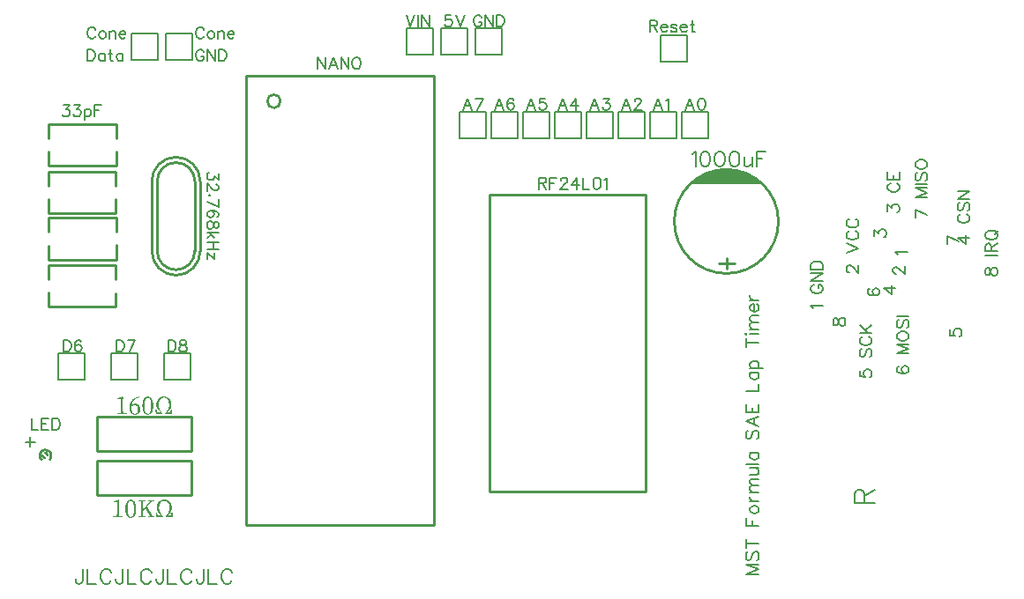
<source format=gto>
G04 Layer: TopSilkLayer*
G04 EasyEDA v6.4.25, 2021-11-30T23:27:12--6:00*
G04 4631042daed448b99cc0a23d656375e8,06444aca9169495d970130cf6b44ba93,10*
G04 Gerber Generator version 0.2*
G04 Scale: 100 percent, Rotated: No, Reflected: No *
G04 Dimensions in millimeters *
G04 leading zeros omitted , absolute positions ,4 integer and 5 decimal *
%FSLAX45Y45*%
%MOMM*%

%ADD10C,0.2540*%
%ADD19C,0.2581*%
%ADD20C,0.2032*%
%ADD21C,0.2030*%
%ADD22C,0.1520*%
%ADD23C,0.1524*%

%LPD*%
G36*
X3820922Y5861050D02*
G01*
X3815079Y5860846D01*
X3809339Y5860237D01*
X3803751Y5859272D01*
X3798265Y5857849D01*
X3792931Y5856071D01*
X3787800Y5853887D01*
X3782872Y5851347D01*
X3778199Y5848451D01*
X3773728Y5845149D01*
X3769563Y5841441D01*
X3765651Y5837428D01*
X3762095Y5833008D01*
X3758844Y5828233D01*
X3755999Y5823102D01*
X3753510Y5817666D01*
X3751376Y5811824D01*
X3749751Y5805678D01*
X3748532Y5799124D01*
X3747770Y5792266D01*
X3747515Y5785104D01*
X3747770Y5779008D01*
X3748430Y5773115D01*
X3749598Y5767324D01*
X3751122Y5761685D01*
X3753053Y5756249D01*
X3755390Y5750915D01*
X3758031Y5745784D01*
X3761028Y5740806D01*
X3764330Y5735980D01*
X3767886Y5731357D01*
X3771747Y5726887D01*
X3775811Y5722620D01*
X3784549Y5714644D01*
X3789222Y5710885D01*
X3793998Y5707380D01*
X3793998Y5707126D01*
X3758437Y5707126D01*
X3752342Y5732018D01*
X3739387Y5732018D01*
X3741928Y5689600D01*
X3808729Y5689600D01*
X3808729Y5704840D01*
X3800449Y5712460D01*
X3796639Y5716574D01*
X3793083Y5720943D01*
X3786581Y5730240D01*
X3783736Y5735116D01*
X3781145Y5740196D01*
X3778808Y5745378D01*
X3776776Y5750712D01*
X3774998Y5756198D01*
X3773525Y5761736D01*
X3772408Y5767425D01*
X3771544Y5773166D01*
X3771036Y5778957D01*
X3770884Y5784850D01*
X3771087Y5791708D01*
X3771747Y5798312D01*
X3772814Y5804662D01*
X3774287Y5810707D01*
X3776167Y5816447D01*
X3778402Y5821781D01*
X3781044Y5826810D01*
X3784092Y5831382D01*
X3787495Y5835548D01*
X3791254Y5839256D01*
X3795369Y5842457D01*
X3799840Y5845149D01*
X3804615Y5847283D01*
X3809746Y5848858D01*
X3815181Y5849823D01*
X3820922Y5850128D01*
X3826611Y5849823D01*
X3832047Y5848858D01*
X3837127Y5847283D01*
X3841902Y5845149D01*
X3846322Y5842457D01*
X3850386Y5839256D01*
X3854145Y5835548D01*
X3857548Y5831382D01*
X3860546Y5826810D01*
X3863187Y5821781D01*
X3865473Y5816447D01*
X3867302Y5810707D01*
X3868775Y5804662D01*
X3869842Y5798312D01*
X3870502Y5791708D01*
X3870706Y5784850D01*
X3870553Y5778957D01*
X3870045Y5773166D01*
X3869232Y5767425D01*
X3868064Y5761736D01*
X3866642Y5756198D01*
X3864864Y5750712D01*
X3862832Y5745378D01*
X3860495Y5740196D01*
X3857904Y5735116D01*
X3855059Y5730240D01*
X3851910Y5725515D01*
X3848506Y5720943D01*
X3844899Y5716574D01*
X3841038Y5712460D01*
X3836924Y5708548D01*
X3832606Y5704840D01*
X3832606Y5689600D01*
X3900170Y5689600D01*
X3902456Y5732018D01*
X3889248Y5732018D01*
X3883406Y5707126D01*
X3847846Y5707126D01*
X3847846Y5707380D01*
X3852621Y5710885D01*
X3857294Y5714644D01*
X3865981Y5722670D01*
X3870045Y5726938D01*
X3873855Y5731459D01*
X3877411Y5736082D01*
X3880662Y5740908D01*
X3883660Y5745886D01*
X3886301Y5751068D01*
X3888587Y5756351D01*
X3890518Y5761837D01*
X3892042Y5767425D01*
X3893159Y5773166D01*
X3893820Y5779058D01*
X3894074Y5785104D01*
X3893820Y5792266D01*
X3893058Y5799124D01*
X3891838Y5805678D01*
X3890162Y5811824D01*
X3888079Y5817666D01*
X3885590Y5823102D01*
X3882694Y5828233D01*
X3879443Y5833008D01*
X3875887Y5837428D01*
X3871976Y5841441D01*
X3867810Y5845149D01*
X3863340Y5848451D01*
X3858666Y5851347D01*
X3853738Y5853887D01*
X3848658Y5856071D01*
X3843375Y5857849D01*
X3837940Y5859272D01*
X3832351Y5860237D01*
X3826662Y5860846D01*
G37*
G36*
X3666998Y5860542D02*
G01*
X3662934Y5860389D01*
X3658920Y5859830D01*
X3654958Y5858916D01*
X3651046Y5857595D01*
X3647287Y5855919D01*
X3643579Y5853785D01*
X3640074Y5851296D01*
X3636670Y5848299D01*
X3633419Y5844895D01*
X3630371Y5841034D01*
X3627577Y5836716D01*
X3624935Y5831890D01*
X3622548Y5826607D01*
X3620465Y5820765D01*
X3618585Y5814466D01*
X3617061Y5807608D01*
X3615791Y5800242D01*
X3614928Y5792266D01*
X3614369Y5783783D01*
X3614165Y5774690D01*
X3636264Y5774690D01*
X3636416Y5785459D01*
X3636924Y5795213D01*
X3637737Y5804052D01*
X3638804Y5811977D01*
X3640175Y5818987D01*
X3641750Y5825185D01*
X3643579Y5830570D01*
X3645611Y5835243D01*
X3647846Y5839206D01*
X3650234Y5842457D01*
X3652774Y5845149D01*
X3655466Y5847232D01*
X3658209Y5848807D01*
X3661105Y5849823D01*
X3664000Y5850432D01*
X3666998Y5850636D01*
X3669842Y5850432D01*
X3672636Y5849823D01*
X3675379Y5848807D01*
X3678072Y5847232D01*
X3680663Y5845149D01*
X3683101Y5842457D01*
X3685438Y5839206D01*
X3687572Y5835243D01*
X3689553Y5830570D01*
X3691331Y5825185D01*
X3692906Y5818987D01*
X3694226Y5811977D01*
X3695293Y5804052D01*
X3696055Y5795213D01*
X3696563Y5785459D01*
X3696715Y5774690D01*
X3696563Y5763564D01*
X3696055Y5753455D01*
X3695293Y5744311D01*
X3694226Y5736132D01*
X3692906Y5728868D01*
X3691331Y5722416D01*
X3689553Y5716828D01*
X3687572Y5712002D01*
X3685438Y5707888D01*
X3683101Y5704433D01*
X3680663Y5701690D01*
X3678072Y5699506D01*
X3675379Y5697880D01*
X3672636Y5696762D01*
X3669842Y5696153D01*
X3666998Y5695950D01*
X3664000Y5696153D01*
X3661105Y5696762D01*
X3658209Y5697880D01*
X3655466Y5699455D01*
X3652774Y5701639D01*
X3650234Y5704382D01*
X3647846Y5707786D01*
X3645611Y5711901D01*
X3643579Y5716727D01*
X3641750Y5722315D01*
X3640175Y5728716D01*
X3638804Y5736031D01*
X3637737Y5744210D01*
X3636924Y5753354D01*
X3636416Y5763514D01*
X3636264Y5774690D01*
X3614165Y5774690D01*
X3614369Y5765292D01*
X3614928Y5756452D01*
X3615791Y5748274D01*
X3617061Y5740603D01*
X3618585Y5733542D01*
X3620465Y5727039D01*
X3622548Y5721045D01*
X3624935Y5715609D01*
X3627577Y5710631D01*
X3630371Y5706211D01*
X3633419Y5702249D01*
X3636670Y5698744D01*
X3640074Y5695746D01*
X3643579Y5693156D01*
X3647287Y5691022D01*
X3651046Y5689295D01*
X3654958Y5687974D01*
X3658920Y5687009D01*
X3662934Y5686501D01*
X3666998Y5686298D01*
X3670909Y5686501D01*
X3674821Y5687009D01*
X3678682Y5687974D01*
X3682441Y5689295D01*
X3686149Y5691022D01*
X3689807Y5693156D01*
X3693261Y5695746D01*
X3696614Y5698744D01*
X3699814Y5702249D01*
X3702862Y5706211D01*
X3705656Y5710631D01*
X3708298Y5715609D01*
X3710635Y5721045D01*
X3712768Y5727039D01*
X3714597Y5733542D01*
X3716172Y5740603D01*
X3717391Y5748274D01*
X3718306Y5756452D01*
X3718864Y5765292D01*
X3719068Y5774690D01*
X3718864Y5783783D01*
X3718306Y5792266D01*
X3717391Y5800242D01*
X3716172Y5807608D01*
X3714597Y5814466D01*
X3712768Y5820765D01*
X3710635Y5826607D01*
X3708298Y5831890D01*
X3705656Y5836716D01*
X3702862Y5841034D01*
X3699814Y5844895D01*
X3696614Y5848299D01*
X3693261Y5851296D01*
X3689807Y5853785D01*
X3686149Y5855919D01*
X3682441Y5857595D01*
X3678682Y5858916D01*
X3674821Y5859830D01*
X3670909Y5860389D01*
G37*
G36*
X3584956Y5860542D02*
G01*
X3578402Y5859627D01*
X3566007Y5856986D01*
X3560114Y5855258D01*
X3554425Y5853328D01*
X3543706Y5848705D01*
X3538728Y5846064D01*
X3529380Y5840120D01*
X3525062Y5836869D01*
X3520948Y5833414D01*
X3513429Y5825947D01*
X3506927Y5817819D01*
X3503980Y5813501D01*
X3498900Y5804458D01*
X3496716Y5799734D01*
X3494786Y5794908D01*
X3493109Y5789930D01*
X3491687Y5784850D01*
X3490518Y5779719D01*
X3489604Y5774436D01*
X3488944Y5769102D01*
X3488527Y5761482D01*
X3510279Y5761482D01*
X3510279Y5766308D01*
X3518001Y5771946D01*
X3526129Y5775756D01*
X3534410Y5777839D01*
X3542537Y5778500D01*
X3548938Y5777890D01*
X3554679Y5776112D01*
X3559759Y5773064D01*
X3564077Y5768797D01*
X3567531Y5763158D01*
X3570122Y5756198D01*
X3571697Y5747867D01*
X3572256Y5738114D01*
X3572001Y5731357D01*
X3571290Y5725210D01*
X3570122Y5719622D01*
X3568547Y5714644D01*
X3566515Y5710275D01*
X3564178Y5706465D01*
X3561435Y5703265D01*
X3558387Y5700623D01*
X3554984Y5698591D01*
X3551377Y5697118D01*
X3547465Y5696254D01*
X3543300Y5695950D01*
X3539540Y5696204D01*
X3535984Y5696966D01*
X3532632Y5698286D01*
X3529482Y5700064D01*
X3526536Y5702401D01*
X3523792Y5705246D01*
X3521303Y5708599D01*
X3519068Y5712409D01*
X3517087Y5716778D01*
X3515309Y5721654D01*
X3513785Y5727039D01*
X3512565Y5732932D01*
X3511550Y5739282D01*
X3510838Y5746191D01*
X3510432Y5753608D01*
X3510279Y5761482D01*
X3488527Y5761482D01*
X3488436Y5758180D01*
X3488690Y5749950D01*
X3489401Y5742178D01*
X3490569Y5734862D01*
X3492195Y5728004D01*
X3494278Y5721604D01*
X3496767Y5715660D01*
X3499713Y5710275D01*
X3503015Y5705398D01*
X3506724Y5701030D01*
X3510787Y5697169D01*
X3515258Y5693918D01*
X3520033Y5691225D01*
X3525164Y5689092D01*
X3530650Y5687568D01*
X3536442Y5686602D01*
X3542537Y5686298D01*
X3548075Y5686552D01*
X3553409Y5687263D01*
X3558489Y5688380D01*
X3563315Y5690006D01*
X3567836Y5692089D01*
X3572052Y5694578D01*
X3575964Y5697474D01*
X3579520Y5700826D01*
X3582720Y5704586D01*
X3585565Y5708751D01*
X3588054Y5713272D01*
X3590086Y5718251D01*
X3591712Y5723534D01*
X3592880Y5729224D01*
X3593592Y5735269D01*
X3593846Y5741670D01*
X3593490Y5749137D01*
X3592372Y5756046D01*
X3590544Y5762498D01*
X3588105Y5768390D01*
X3585006Y5773674D01*
X3581247Y5778347D01*
X3576980Y5782360D01*
X3572154Y5785764D01*
X3566820Y5788406D01*
X3561029Y5790387D01*
X3554780Y5791555D01*
X3548126Y5791962D01*
X3543046Y5791708D01*
X3538016Y5790895D01*
X3533089Y5789625D01*
X3528364Y5787796D01*
X3523742Y5785459D01*
X3519322Y5782614D01*
X3515055Y5779312D01*
X3511042Y5775452D01*
X3511854Y5781497D01*
X3512921Y5787288D01*
X3514293Y5792876D01*
X3515918Y5798261D01*
X3517900Y5803392D01*
X3520186Y5808319D01*
X3522726Y5813044D01*
X3525621Y5817514D01*
X3528822Y5821781D01*
X3532327Y5825845D01*
X3536187Y5829655D01*
X3540353Y5833262D01*
X3544874Y5836615D01*
X3549751Y5839764D01*
X3554933Y5842711D01*
X3560470Y5845403D01*
X3566363Y5847892D01*
X3572611Y5850128D01*
X3579266Y5852160D01*
X3586226Y5853938D01*
G37*
G36*
X3425698Y5859780D02*
G01*
X3374390Y5846064D01*
X3374390Y5837428D01*
X3407664Y5840730D01*
X3407562Y5727496D01*
X3407156Y5702300D01*
X3371596Y5697474D01*
X3371596Y5689600D01*
X3463798Y5689600D01*
X3463798Y5697474D01*
X3428746Y5702300D01*
X3428237Y5737453D01*
X3428237Y5821172D01*
X3429254Y5857240D01*
G37*
G36*
X3824478Y4870450D02*
G01*
X3818636Y4870246D01*
X3812895Y4869637D01*
X3807307Y4868672D01*
X3801821Y4867249D01*
X3796487Y4865471D01*
X3791356Y4863287D01*
X3786428Y4860747D01*
X3781755Y4857851D01*
X3777284Y4854549D01*
X3773119Y4850841D01*
X3769207Y4846828D01*
X3765651Y4842408D01*
X3762400Y4837633D01*
X3759555Y4832502D01*
X3757066Y4827066D01*
X3754932Y4821224D01*
X3753307Y4815078D01*
X3752087Y4808524D01*
X3751326Y4801666D01*
X3751072Y4794504D01*
X3751326Y4788408D01*
X3751986Y4782515D01*
X3753154Y4776724D01*
X3754678Y4771085D01*
X3756609Y4765649D01*
X3758946Y4760315D01*
X3761587Y4755184D01*
X3764584Y4750206D01*
X3767886Y4745380D01*
X3771442Y4740757D01*
X3775303Y4736287D01*
X3779367Y4732020D01*
X3788105Y4724044D01*
X3792778Y4720285D01*
X3797554Y4716780D01*
X3797554Y4716526D01*
X3761740Y4716526D01*
X3755898Y4741418D01*
X3742944Y4741418D01*
X3745484Y4699000D01*
X3812286Y4699000D01*
X3812286Y4714240D01*
X3808018Y4717948D01*
X3803954Y4721860D01*
X3800094Y4725974D01*
X3793134Y4734915D01*
X3790035Y4739640D01*
X3787190Y4744516D01*
X3784600Y4749596D01*
X3782263Y4754778D01*
X3780231Y4760112D01*
X3778504Y4765598D01*
X3777081Y4771136D01*
X3775913Y4776825D01*
X3775100Y4782566D01*
X3774592Y4788357D01*
X3774440Y4794250D01*
X3774643Y4801108D01*
X3775303Y4807712D01*
X3776370Y4814062D01*
X3777843Y4820107D01*
X3779723Y4825847D01*
X3781958Y4831181D01*
X3784600Y4836210D01*
X3787648Y4840782D01*
X3791051Y4844948D01*
X3794810Y4848656D01*
X3798925Y4851857D01*
X3803396Y4854549D01*
X3808171Y4856683D01*
X3813301Y4858258D01*
X3818737Y4859223D01*
X3824478Y4859528D01*
X3830167Y4859223D01*
X3835603Y4858258D01*
X3840683Y4856683D01*
X3845458Y4854549D01*
X3849878Y4851857D01*
X3853942Y4848656D01*
X3857701Y4844948D01*
X3861104Y4840782D01*
X3864101Y4836210D01*
X3866743Y4831181D01*
X3869029Y4825847D01*
X3870858Y4820107D01*
X3872331Y4814062D01*
X3873398Y4807712D01*
X3874058Y4801108D01*
X3874262Y4794250D01*
X3874109Y4788357D01*
X3873601Y4782566D01*
X3872788Y4776825D01*
X3871620Y4771136D01*
X3870198Y4765598D01*
X3868420Y4760112D01*
X3866387Y4754778D01*
X3864051Y4749596D01*
X3861460Y4744516D01*
X3858615Y4739640D01*
X3855465Y4734915D01*
X3852062Y4730343D01*
X3848455Y4725974D01*
X3844594Y4721860D01*
X3840479Y4717948D01*
X3836162Y4714240D01*
X3836162Y4699000D01*
X3903472Y4699000D01*
X3905758Y4741418D01*
X3892804Y4741418D01*
X3886962Y4716526D01*
X3851401Y4716526D01*
X3851401Y4716780D01*
X3856177Y4720285D01*
X3860850Y4724044D01*
X3869537Y4732070D01*
X3873601Y4736338D01*
X3877411Y4740859D01*
X3880967Y4745482D01*
X3884218Y4750308D01*
X3887215Y4755286D01*
X3889857Y4760468D01*
X3892143Y4765751D01*
X3894074Y4771237D01*
X3895598Y4776825D01*
X3896715Y4782566D01*
X3897376Y4788458D01*
X3897629Y4794504D01*
X3897376Y4801666D01*
X3896614Y4808524D01*
X3895394Y4815078D01*
X3893718Y4821224D01*
X3891635Y4827066D01*
X3889146Y4832502D01*
X3886250Y4837633D01*
X3882999Y4842408D01*
X3879443Y4846828D01*
X3875532Y4850841D01*
X3871366Y4854549D01*
X3866896Y4857851D01*
X3862222Y4860747D01*
X3857294Y4863287D01*
X3852214Y4865471D01*
X3846931Y4867249D01*
X3841496Y4868672D01*
X3835908Y4869637D01*
X3830218Y4870246D01*
G37*
G36*
X3503422Y4869942D02*
G01*
X3499358Y4869789D01*
X3495344Y4869230D01*
X3491382Y4868316D01*
X3487470Y4866995D01*
X3483711Y4865319D01*
X3480003Y4863185D01*
X3476498Y4860696D01*
X3473094Y4857699D01*
X3469843Y4854295D01*
X3466795Y4850434D01*
X3464001Y4846116D01*
X3461359Y4841290D01*
X3458972Y4836007D01*
X3456889Y4830165D01*
X3455009Y4823866D01*
X3453485Y4817008D01*
X3452215Y4809642D01*
X3451351Y4801666D01*
X3450793Y4793183D01*
X3450590Y4784090D01*
X3472687Y4784090D01*
X3472840Y4794859D01*
X3473348Y4804613D01*
X3474161Y4813452D01*
X3475228Y4821377D01*
X3476599Y4828387D01*
X3478174Y4834585D01*
X3480003Y4839970D01*
X3482035Y4844643D01*
X3484270Y4848606D01*
X3486658Y4851857D01*
X3489198Y4854549D01*
X3491890Y4856632D01*
X3494633Y4858207D01*
X3497529Y4859223D01*
X3500424Y4859832D01*
X3503422Y4860036D01*
X3506266Y4859832D01*
X3509060Y4859223D01*
X3511804Y4858207D01*
X3514496Y4856632D01*
X3517087Y4854549D01*
X3519525Y4851857D01*
X3521862Y4848606D01*
X3523996Y4844643D01*
X3525977Y4839970D01*
X3527755Y4834585D01*
X3529329Y4828387D01*
X3530650Y4821377D01*
X3531717Y4813452D01*
X3532479Y4804613D01*
X3532987Y4794859D01*
X3533140Y4784090D01*
X3532987Y4772964D01*
X3532479Y4762855D01*
X3531717Y4753711D01*
X3530650Y4745532D01*
X3529329Y4738268D01*
X3527755Y4731816D01*
X3525977Y4726228D01*
X3523996Y4721402D01*
X3521862Y4717288D01*
X3519525Y4713833D01*
X3517087Y4711090D01*
X3514496Y4708906D01*
X3511804Y4707280D01*
X3509060Y4706162D01*
X3506266Y4705553D01*
X3503422Y4705350D01*
X3500424Y4705553D01*
X3497529Y4706162D01*
X3494633Y4707280D01*
X3491890Y4708855D01*
X3489198Y4711039D01*
X3486658Y4713782D01*
X3484270Y4717186D01*
X3482035Y4721301D01*
X3480003Y4726127D01*
X3478174Y4731715D01*
X3476599Y4738116D01*
X3475228Y4745431D01*
X3474161Y4753610D01*
X3473348Y4762754D01*
X3472840Y4772914D01*
X3472687Y4784090D01*
X3450590Y4784090D01*
X3450793Y4774692D01*
X3451351Y4765852D01*
X3452215Y4757674D01*
X3453485Y4750003D01*
X3455009Y4742942D01*
X3456889Y4736439D01*
X3458972Y4730445D01*
X3461359Y4725009D01*
X3464001Y4720031D01*
X3466795Y4715611D01*
X3469843Y4711649D01*
X3473094Y4708144D01*
X3476498Y4705146D01*
X3480003Y4702556D01*
X3483711Y4700422D01*
X3487470Y4698695D01*
X3491382Y4697374D01*
X3495344Y4696409D01*
X3499358Y4695901D01*
X3503422Y4695698D01*
X3507333Y4695901D01*
X3511245Y4696409D01*
X3515106Y4697374D01*
X3518865Y4698695D01*
X3522573Y4700422D01*
X3526231Y4702556D01*
X3529685Y4705146D01*
X3533038Y4708144D01*
X3536238Y4711649D01*
X3539286Y4715611D01*
X3542080Y4720031D01*
X3544722Y4725009D01*
X3547059Y4730445D01*
X3549192Y4736439D01*
X3551021Y4742942D01*
X3552596Y4750003D01*
X3553815Y4757674D01*
X3554729Y4765852D01*
X3555288Y4774692D01*
X3555492Y4784090D01*
X3555288Y4793183D01*
X3554729Y4801666D01*
X3553815Y4809642D01*
X3552596Y4817008D01*
X3551021Y4823866D01*
X3549192Y4830165D01*
X3547059Y4836007D01*
X3544722Y4841290D01*
X3542080Y4846116D01*
X3539286Y4850434D01*
X3536238Y4854295D01*
X3533038Y4857699D01*
X3529685Y4860696D01*
X3526231Y4863185D01*
X3522573Y4865319D01*
X3518865Y4866995D01*
X3515106Y4868316D01*
X3511245Y4869230D01*
X3507333Y4869789D01*
G37*
G36*
X3387598Y4869180D02*
G01*
X3336290Y4855464D01*
X3336290Y4846828D01*
X3369564Y4850130D01*
X3369462Y4736896D01*
X3369056Y4711700D01*
X3333496Y4706874D01*
X3333496Y4699000D01*
X3425698Y4699000D01*
X3425698Y4706874D01*
X3390646Y4711700D01*
X3390137Y4746853D01*
X3390137Y4830572D01*
X3391154Y4866640D01*
G37*
G36*
X3576828Y4866640D02*
G01*
X3576828Y4858004D01*
X3600196Y4855464D01*
X3600653Y4816754D01*
X3600653Y4743145D01*
X3600196Y4710176D01*
X3576828Y4707636D01*
X3576828Y4699000D01*
X3646932Y4699000D01*
X3646932Y4707636D01*
X3623310Y4710430D01*
X3622852Y4734864D01*
X3622801Y4757166D01*
X3647694Y4787138D01*
X3689096Y4710176D01*
X3668268Y4707636D01*
X3668268Y4699000D01*
X3732529Y4699000D01*
X3732529Y4707636D01*
X3713226Y4709922D01*
X3661156Y4803140D01*
X3703828Y4854956D01*
X3727450Y4858004D01*
X3727450Y4866640D01*
X3670046Y4866640D01*
X3670046Y4858004D01*
X3690112Y4854448D01*
X3622801Y4771644D01*
X3623005Y4839004D01*
X3623310Y4855464D01*
X3647186Y4858004D01*
X3647186Y4866640D01*
G37*
D22*
X4205477Y9385808D02*
G01*
X4200143Y9396221D01*
X4189729Y9406636D01*
X4179570Y9411715D01*
X4158741Y9411715D01*
X4148327Y9406636D01*
X4137913Y9396221D01*
X4132579Y9385808D01*
X4127500Y9370060D01*
X4127500Y9344152D01*
X4132579Y9328658D01*
X4137913Y9318244D01*
X4148327Y9307829D01*
X4158741Y9302750D01*
X4179570Y9302750D01*
X4189729Y9307829D01*
X4200143Y9318244D01*
X4205477Y9328658D01*
X4265675Y9375394D02*
G01*
X4255261Y9370060D01*
X4244847Y9359900D01*
X4239768Y9344152D01*
X4239768Y9333737D01*
X4244847Y9318244D01*
X4255261Y9307829D01*
X4265675Y9302750D01*
X4281170Y9302750D01*
X4291584Y9307829D01*
X4301997Y9318244D01*
X4307331Y9333737D01*
X4307331Y9344152D01*
X4301997Y9359900D01*
X4291584Y9370060D01*
X4281170Y9375394D01*
X4265675Y9375394D01*
X4341622Y9375394D02*
G01*
X4341622Y9302750D01*
X4341622Y9354565D02*
G01*
X4357115Y9370060D01*
X4367529Y9375394D01*
X4383024Y9375394D01*
X4393438Y9370060D01*
X4398772Y9354565D01*
X4398772Y9302750D01*
X4433061Y9344152D02*
G01*
X4495291Y9344152D01*
X4495291Y9354565D01*
X4490211Y9364979D01*
X4484877Y9370060D01*
X4474463Y9375394D01*
X4458970Y9375394D01*
X4448556Y9370060D01*
X4438141Y9359900D01*
X4433061Y9344152D01*
X4433061Y9333737D01*
X4438141Y9318244D01*
X4448556Y9307829D01*
X4458970Y9302750D01*
X4474463Y9302750D01*
X4484877Y9307829D01*
X4495291Y9318244D01*
X4205477Y9169908D02*
G01*
X4200143Y9180321D01*
X4189729Y9190736D01*
X4179570Y9195815D01*
X4158741Y9195815D01*
X4148327Y9190736D01*
X4137913Y9180321D01*
X4132579Y9169908D01*
X4127500Y9154160D01*
X4127500Y9128252D01*
X4132579Y9112758D01*
X4137913Y9102344D01*
X4148327Y9091929D01*
X4158741Y9086850D01*
X4179570Y9086850D01*
X4189729Y9091929D01*
X4200143Y9102344D01*
X4205477Y9112758D01*
X4205477Y9128252D01*
X4179570Y9128252D02*
G01*
X4205477Y9128252D01*
X4239768Y9195815D02*
G01*
X4239768Y9086850D01*
X4239768Y9195815D02*
G01*
X4312411Y9086850D01*
X4312411Y9195815D02*
G01*
X4312411Y9086850D01*
X4346702Y9195815D02*
G01*
X4346702Y9086850D01*
X4346702Y9195815D02*
G01*
X4383024Y9195815D01*
X4398772Y9190736D01*
X4409186Y9180321D01*
X4414265Y9169908D01*
X4419600Y9154160D01*
X4419600Y9128252D01*
X4414265Y9112758D01*
X4409186Y9102344D01*
X4398772Y9091929D01*
X4383024Y9086850D01*
X4346702Y9086850D01*
X3164077Y9385808D02*
G01*
X3158743Y9396221D01*
X3148329Y9406636D01*
X3138170Y9411715D01*
X3117341Y9411715D01*
X3106927Y9406636D01*
X3096513Y9396221D01*
X3091179Y9385808D01*
X3086100Y9370060D01*
X3086100Y9344152D01*
X3091179Y9328658D01*
X3096513Y9318244D01*
X3106927Y9307829D01*
X3117341Y9302750D01*
X3138170Y9302750D01*
X3148329Y9307829D01*
X3158743Y9318244D01*
X3164077Y9328658D01*
X3224275Y9375394D02*
G01*
X3213861Y9370060D01*
X3203447Y9359900D01*
X3198368Y9344152D01*
X3198368Y9333737D01*
X3203447Y9318244D01*
X3213861Y9307829D01*
X3224275Y9302750D01*
X3239770Y9302750D01*
X3250184Y9307829D01*
X3260597Y9318244D01*
X3265931Y9333737D01*
X3265931Y9344152D01*
X3260597Y9359900D01*
X3250184Y9370060D01*
X3239770Y9375394D01*
X3224275Y9375394D01*
X3300222Y9375394D02*
G01*
X3300222Y9302750D01*
X3300222Y9354565D02*
G01*
X3315715Y9370060D01*
X3326129Y9375394D01*
X3341624Y9375394D01*
X3352038Y9370060D01*
X3357372Y9354565D01*
X3357372Y9302750D01*
X3391661Y9344152D02*
G01*
X3453891Y9344152D01*
X3453891Y9354565D01*
X3448811Y9364979D01*
X3443477Y9370060D01*
X3433063Y9375394D01*
X3417570Y9375394D01*
X3407156Y9370060D01*
X3396741Y9359900D01*
X3391661Y9344152D01*
X3391661Y9333737D01*
X3396741Y9318244D01*
X3407156Y9307829D01*
X3417570Y9302750D01*
X3433063Y9302750D01*
X3443477Y9307829D01*
X3453891Y9318244D01*
X3086100Y9195815D02*
G01*
X3086100Y9086850D01*
X3086100Y9195815D02*
G01*
X3122422Y9195815D01*
X3138170Y9190736D01*
X3148329Y9180321D01*
X3153663Y9169908D01*
X3158743Y9154160D01*
X3158743Y9128252D01*
X3153663Y9112758D01*
X3148329Y9102344D01*
X3138170Y9091929D01*
X3122422Y9086850D01*
X3086100Y9086850D01*
X3255518Y9159494D02*
G01*
X3255518Y9086850D01*
X3255518Y9144000D02*
G01*
X3245104Y9154160D01*
X3234690Y9159494D01*
X3219195Y9159494D01*
X3208781Y9154160D01*
X3198368Y9144000D01*
X3193034Y9128252D01*
X3193034Y9117837D01*
X3198368Y9102344D01*
X3208781Y9091929D01*
X3219195Y9086850D01*
X3234690Y9086850D01*
X3245104Y9091929D01*
X3255518Y9102344D01*
X3305302Y9195815D02*
G01*
X3305302Y9107424D01*
X3310636Y9091929D01*
X3321050Y9086850D01*
X3331209Y9086850D01*
X3289808Y9159494D02*
G01*
X3326129Y9159494D01*
X3427984Y9159494D02*
G01*
X3427984Y9086850D01*
X3427984Y9144000D02*
G01*
X3417570Y9154160D01*
X3407156Y9159494D01*
X3391661Y9159494D01*
X3381247Y9154160D01*
X3370834Y9144000D01*
X3365500Y9128252D01*
X3365500Y9117837D01*
X3370834Y9102344D01*
X3381247Y9091929D01*
X3391661Y9086850D01*
X3407156Y9086850D01*
X3417570Y9091929D01*
X3427984Y9102344D01*
X8483600Y9475215D02*
G01*
X8483600Y9366250D01*
X8483600Y9475215D02*
G01*
X8530336Y9475215D01*
X8545829Y9470136D01*
X8551163Y9464802D01*
X8556243Y9454387D01*
X8556243Y9443974D01*
X8551163Y9433560D01*
X8545829Y9428479D01*
X8530336Y9423400D01*
X8483600Y9423400D01*
X8519922Y9423400D02*
G01*
X8556243Y9366250D01*
X8590534Y9407652D02*
G01*
X8653018Y9407652D01*
X8653018Y9418065D01*
X8647684Y9428479D01*
X8642604Y9433560D01*
X8632190Y9438894D01*
X8616695Y9438894D01*
X8606281Y9433560D01*
X8595868Y9423400D01*
X8590534Y9407652D01*
X8590534Y9397237D01*
X8595868Y9381744D01*
X8606281Y9371329D01*
X8616695Y9366250D01*
X8632190Y9366250D01*
X8642604Y9371329D01*
X8653018Y9381744D01*
X8744458Y9423400D02*
G01*
X8739124Y9433560D01*
X8723629Y9438894D01*
X8708136Y9438894D01*
X8692388Y9433560D01*
X8687308Y9423400D01*
X8692388Y9412986D01*
X8702802Y9407652D01*
X8728709Y9402571D01*
X8739124Y9397237D01*
X8744458Y9386824D01*
X8744458Y9381744D01*
X8739124Y9371329D01*
X8723629Y9366250D01*
X8708136Y9366250D01*
X8692388Y9371329D01*
X8687308Y9381744D01*
X8778747Y9407652D02*
G01*
X8840977Y9407652D01*
X8840977Y9418065D01*
X8835897Y9428479D01*
X8830563Y9433560D01*
X8820150Y9438894D01*
X8804656Y9438894D01*
X8794241Y9433560D01*
X8783827Y9423400D01*
X8778747Y9407652D01*
X8778747Y9397237D01*
X8783827Y9381744D01*
X8794241Y9371329D01*
X8804656Y9366250D01*
X8820150Y9366250D01*
X8830563Y9371329D01*
X8840977Y9381744D01*
X8891015Y9475215D02*
G01*
X8891015Y9386824D01*
X8896095Y9371329D01*
X8906509Y9366250D01*
X8916924Y9366250D01*
X8875268Y9438894D02*
G01*
X8911590Y9438894D01*
X5295900Y9119615D02*
G01*
X5295900Y9010650D01*
X5295900Y9119615D02*
G01*
X5368543Y9010650D01*
X5368543Y9119615D02*
G01*
X5368543Y9010650D01*
X5444490Y9119615D02*
G01*
X5402834Y9010650D01*
X5444490Y9119615D02*
G01*
X5486145Y9010650D01*
X5418581Y9046971D02*
G01*
X5470397Y9046971D01*
X5520436Y9119615D02*
G01*
X5520436Y9010650D01*
X5520436Y9119615D02*
G01*
X5593079Y9010650D01*
X5593079Y9119615D02*
G01*
X5593079Y9010650D01*
X5658611Y9119615D02*
G01*
X5648197Y9114536D01*
X5637784Y9104121D01*
X5632450Y9093708D01*
X5627370Y9077960D01*
X5627370Y9052052D01*
X5632450Y9036558D01*
X5637784Y9026144D01*
X5648197Y9015729D01*
X5658611Y9010650D01*
X5679440Y9010650D01*
X5689600Y9015729D01*
X5700013Y9026144D01*
X5705347Y9036558D01*
X5710427Y9052052D01*
X5710427Y9077960D01*
X5705347Y9093708D01*
X5700013Y9104121D01*
X5689600Y9114536D01*
X5679440Y9119615D01*
X5658611Y9119615D01*
X7416800Y7963915D02*
G01*
X7416800Y7854950D01*
X7416800Y7963915D02*
G01*
X7463536Y7963915D01*
X7479029Y7958836D01*
X7484363Y7953502D01*
X7489443Y7943087D01*
X7489443Y7932673D01*
X7484363Y7922260D01*
X7479029Y7917179D01*
X7463536Y7912100D01*
X7416800Y7912100D01*
X7453122Y7912100D02*
G01*
X7489443Y7854950D01*
X7523734Y7963915D02*
G01*
X7523734Y7854950D01*
X7523734Y7963915D02*
G01*
X7591297Y7963915D01*
X7523734Y7912100D02*
G01*
X7565390Y7912100D01*
X7630922Y7938008D02*
G01*
X7630922Y7943087D01*
X7636002Y7953502D01*
X7641336Y7958836D01*
X7651750Y7963915D01*
X7672324Y7963915D01*
X7682738Y7958836D01*
X7688072Y7953502D01*
X7693152Y7943087D01*
X7693152Y7932673D01*
X7688072Y7922260D01*
X7677658Y7906765D01*
X7625588Y7854950D01*
X7698486Y7854950D01*
X7784591Y7963915D02*
G01*
X7732775Y7891271D01*
X7810500Y7891271D01*
X7784591Y7963915D02*
G01*
X7784591Y7854950D01*
X7844790Y7963915D02*
G01*
X7844790Y7854950D01*
X7844790Y7854950D02*
G01*
X7907274Y7854950D01*
X7972806Y7963915D02*
G01*
X7957058Y7958836D01*
X7946643Y7943087D01*
X7941563Y7917179D01*
X7941563Y7901686D01*
X7946643Y7875523D01*
X7957058Y7860029D01*
X7972806Y7854950D01*
X7983220Y7854950D01*
X7998713Y7860029D01*
X8009127Y7875523D01*
X8014208Y7901686D01*
X8014208Y7917179D01*
X8009127Y7943087D01*
X7998713Y7958836D01*
X7983220Y7963915D01*
X7972806Y7963915D01*
X8048497Y7943087D02*
G01*
X8058911Y7948421D01*
X8074659Y7963915D01*
X8074659Y7854950D01*
X2855213Y8662415D02*
G01*
X2912363Y8662415D01*
X2881122Y8620760D01*
X2896870Y8620760D01*
X2907029Y8615679D01*
X2912363Y8610600D01*
X2917443Y8594852D01*
X2917443Y8584437D01*
X2912363Y8568944D01*
X2901950Y8558529D01*
X2886456Y8553450D01*
X2870708Y8553450D01*
X2855213Y8558529D01*
X2849879Y8563610D01*
X2844800Y8574024D01*
X2962147Y8662415D02*
G01*
X3019297Y8662415D01*
X2988309Y8620760D01*
X3003804Y8620760D01*
X3014218Y8615679D01*
X3019297Y8610600D01*
X3024631Y8594852D01*
X3024631Y8584437D01*
X3019297Y8568944D01*
X3008884Y8558529D01*
X2993390Y8553450D01*
X2977895Y8553450D01*
X2962147Y8558529D01*
X2957068Y8563610D01*
X2951734Y8574024D01*
X3058922Y8626094D02*
G01*
X3058922Y8516874D01*
X3058922Y8610600D02*
G01*
X3069336Y8620760D01*
X3079750Y8626094D01*
X3095243Y8626094D01*
X3105658Y8620760D01*
X3116072Y8610600D01*
X3121152Y8594852D01*
X3121152Y8584437D01*
X3116072Y8568944D01*
X3105658Y8558529D01*
X3095243Y8553450D01*
X3079750Y8553450D01*
X3069336Y8558529D01*
X3058922Y8568944D01*
X3155441Y8662415D02*
G01*
X3155441Y8553450D01*
X3155441Y8662415D02*
G01*
X3223006Y8662415D01*
X3155441Y8610600D02*
G01*
X3197097Y8610600D01*
X4344415Y8003286D02*
G01*
X4344415Y7946136D01*
X4302759Y7977378D01*
X4302759Y7961629D01*
X4297679Y7951470D01*
X4292600Y7946136D01*
X4276852Y7941055D01*
X4266438Y7941055D01*
X4250943Y7946136D01*
X4240529Y7956550D01*
X4235450Y7972044D01*
X4235450Y7987792D01*
X4240529Y8003286D01*
X4245609Y8008620D01*
X4256024Y8013700D01*
X4318508Y7901431D02*
G01*
X4323588Y7901431D01*
X4334002Y7896352D01*
X4339336Y7891018D01*
X4344415Y7880604D01*
X4344415Y7860029D01*
X4339336Y7849615D01*
X4334002Y7844281D01*
X4323588Y7839202D01*
X4313174Y7839202D01*
X4302759Y7844281D01*
X4287265Y7854695D01*
X4235450Y7906765D01*
X4235450Y7833868D01*
X4261358Y7794497D02*
G01*
X4256024Y7799578D01*
X4250943Y7794497D01*
X4256024Y7789163D01*
X4261358Y7794497D01*
X4344415Y7682229D02*
G01*
X4235450Y7734300D01*
X4344415Y7754873D02*
G01*
X4344415Y7682229D01*
X4328922Y7585710D02*
G01*
X4339336Y7590789D01*
X4344415Y7606284D01*
X4344415Y7616697D01*
X4339336Y7632445D01*
X4323588Y7642860D01*
X4297679Y7647939D01*
X4271772Y7647939D01*
X4250943Y7642860D01*
X4240529Y7632445D01*
X4235450Y7616697D01*
X4235450Y7611618D01*
X4240529Y7595870D01*
X4250943Y7585710D01*
X4266438Y7580376D01*
X4271772Y7580376D01*
X4287265Y7585710D01*
X4297679Y7595870D01*
X4302759Y7611618D01*
X4302759Y7616697D01*
X4297679Y7632445D01*
X4287265Y7642860D01*
X4271772Y7647939D01*
X4344415Y7520178D02*
G01*
X4339336Y7535671D01*
X4328922Y7541005D01*
X4318508Y7541005D01*
X4308093Y7535671D01*
X4302759Y7525258D01*
X4297679Y7504429D01*
X4292600Y7488936D01*
X4282186Y7478521D01*
X4271772Y7473442D01*
X4256024Y7473442D01*
X4245609Y7478521D01*
X4240529Y7483855D01*
X4235450Y7499350D01*
X4235450Y7520178D01*
X4240529Y7535671D01*
X4245609Y7541005D01*
X4256024Y7546086D01*
X4271772Y7546086D01*
X4282186Y7541005D01*
X4292600Y7530592D01*
X4297679Y7514844D01*
X4302759Y7494270D01*
X4308093Y7483855D01*
X4318508Y7478521D01*
X4328922Y7478521D01*
X4339336Y7483855D01*
X4344415Y7499350D01*
X4344415Y7520178D01*
X4344415Y7439152D02*
G01*
X4235450Y7439152D01*
X4308093Y7387081D02*
G01*
X4256024Y7439152D01*
X4276852Y7418323D02*
G01*
X4235450Y7382002D01*
X4344415Y7347712D02*
G01*
X4235450Y7347712D01*
X4344415Y7274813D02*
G01*
X4235450Y7274813D01*
X4292600Y7347712D02*
G01*
X4292600Y7274813D01*
X4308093Y7183373D02*
G01*
X4235450Y7240523D01*
X4308093Y7240523D02*
G01*
X4308093Y7183373D01*
X4235450Y7240523D02*
G01*
X4235450Y7183373D01*
X2535936Y5471921D02*
G01*
X2535936Y5378450D01*
X2489200Y5425186D02*
G01*
X2582672Y5425186D01*
X3039872Y4202684D02*
G01*
X3039872Y4093463D01*
X3033268Y4073144D01*
X3026409Y4066286D01*
X3012693Y4059428D01*
X2998977Y4059428D01*
X2985515Y4066286D01*
X2978658Y4073144D01*
X2971800Y4093463D01*
X2971800Y4107179D01*
X3085084Y4202684D02*
G01*
X3085084Y4059428D01*
X3085084Y4059428D02*
G01*
X3166872Y4059428D01*
X3314191Y4168647D02*
G01*
X3307334Y4182110D01*
X3293618Y4195826D01*
X3279902Y4202684D01*
X3252724Y4202684D01*
X3239008Y4195826D01*
X3225545Y4182110D01*
X3218688Y4168647D01*
X3211829Y4148073D01*
X3211829Y4114037D01*
X3218688Y4093463D01*
X3225545Y4080002D01*
X3239008Y4066286D01*
X3252724Y4059428D01*
X3279902Y4059428D01*
X3293618Y4066286D01*
X3307334Y4080002D01*
X3314191Y4093463D01*
X3427222Y4202684D02*
G01*
X3427222Y4093463D01*
X3420363Y4073144D01*
X3413506Y4066286D01*
X3400043Y4059428D01*
X3386327Y4059428D01*
X3372611Y4066286D01*
X3366008Y4073144D01*
X3359150Y4093463D01*
X3359150Y4107179D01*
X3472179Y4202684D02*
G01*
X3472179Y4059428D01*
X3472179Y4059428D02*
G01*
X3553968Y4059428D01*
X3701288Y4168647D02*
G01*
X3694429Y4182110D01*
X3680968Y4195826D01*
X3667252Y4202684D01*
X3640074Y4202684D01*
X3626358Y4195826D01*
X3612641Y4182110D01*
X3605784Y4168647D01*
X3599179Y4148073D01*
X3599179Y4114037D01*
X3605784Y4093463D01*
X3612641Y4080002D01*
X3626358Y4066286D01*
X3640074Y4059428D01*
X3667252Y4059428D01*
X3680968Y4066286D01*
X3694429Y4080002D01*
X3701288Y4093463D01*
X3814572Y4202684D02*
G01*
X3814572Y4093463D01*
X3807713Y4073144D01*
X3800856Y4066286D01*
X3787140Y4059428D01*
X3773677Y4059428D01*
X3759961Y4066286D01*
X3753104Y4073144D01*
X3746245Y4093463D01*
X3746245Y4107179D01*
X3859529Y4202684D02*
G01*
X3859529Y4059428D01*
X3859529Y4059428D02*
G01*
X3941318Y4059428D01*
X4088638Y4168647D02*
G01*
X4081779Y4182110D01*
X4068063Y4195826D01*
X4054602Y4202684D01*
X4027170Y4202684D01*
X4013708Y4195826D01*
X3999991Y4182110D01*
X3993134Y4168647D01*
X3986275Y4148073D01*
X3986275Y4114037D01*
X3993134Y4093463D01*
X3999991Y4080002D01*
X4013708Y4066286D01*
X4027170Y4059428D01*
X4054602Y4059428D01*
X4068063Y4066286D01*
X4081779Y4080002D01*
X4088638Y4093463D01*
X4201922Y4202684D02*
G01*
X4201922Y4093463D01*
X4195063Y4073144D01*
X4188206Y4066286D01*
X4174490Y4059428D01*
X4160774Y4059428D01*
X4147311Y4066286D01*
X4140454Y4073144D01*
X4133595Y4093463D01*
X4133595Y4107179D01*
X4246879Y4202684D02*
G01*
X4246879Y4059428D01*
X4246879Y4059428D02*
G01*
X4328668Y4059428D01*
X4475988Y4168647D02*
G01*
X4469129Y4182110D01*
X4455413Y4195826D01*
X4441697Y4202684D01*
X4414520Y4202684D01*
X4400804Y4195826D01*
X4387341Y4182110D01*
X4380484Y4168647D01*
X4373625Y4148073D01*
X4373625Y4114037D01*
X4380484Y4093463D01*
X4387341Y4080002D01*
X4400804Y4066286D01*
X4414520Y4059428D01*
X4441697Y4059428D01*
X4455413Y4066286D01*
X4469129Y4080002D01*
X4475988Y4093463D01*
X9406636Y4152900D02*
G01*
X9530588Y4152900D01*
X9406636Y4152900D02*
G01*
X9530588Y4200144D01*
X9406636Y4247387D02*
G01*
X9530588Y4200144D01*
X9406636Y4247387D02*
G01*
X9530588Y4247387D01*
X9424161Y4369054D02*
G01*
X9412477Y4357370D01*
X9406636Y4339589D01*
X9406636Y4315968D01*
X9412477Y4298187D01*
X9424161Y4286504D01*
X9436100Y4286504D01*
X9447784Y4292345D01*
X9453879Y4298187D01*
X9459722Y4310126D01*
X9471406Y4345431D01*
X9477502Y4357370D01*
X9483343Y4363212D01*
X9495027Y4369054D01*
X9512808Y4369054D01*
X9524745Y4357370D01*
X9530588Y4339589D01*
X9530588Y4315968D01*
X9524745Y4298187D01*
X9512808Y4286504D01*
X9406636Y4449571D02*
G01*
X9530588Y4449571D01*
X9406636Y4408170D02*
G01*
X9406636Y4490973D01*
X9406636Y4621021D02*
G01*
X9530588Y4621021D01*
X9406636Y4621021D02*
G01*
X9406636Y4697729D01*
X9465563Y4621021D02*
G01*
X9465563Y4668265D01*
X9447784Y4766310D02*
G01*
X9453879Y4754371D01*
X9465563Y4742687D01*
X9483343Y4736592D01*
X9495027Y4736592D01*
X9512808Y4742687D01*
X9524745Y4754371D01*
X9530588Y4766310D01*
X9530588Y4784089D01*
X9524745Y4795773D01*
X9512808Y4807712D01*
X9495027Y4813554D01*
X9483343Y4813554D01*
X9465563Y4807712D01*
X9453879Y4795773D01*
X9447784Y4784089D01*
X9447784Y4766310D01*
X9447784Y4852415D02*
G01*
X9530588Y4852415D01*
X9483343Y4852415D02*
G01*
X9465563Y4858512D01*
X9453879Y4870195D01*
X9447784Y4882134D01*
X9447784Y4899913D01*
X9447784Y4938776D02*
G01*
X9530588Y4938776D01*
X9471406Y4938776D02*
G01*
X9453879Y4956555D01*
X9447784Y4968239D01*
X9447784Y4986020D01*
X9453879Y4997957D01*
X9471406Y5003800D01*
X9530588Y5003800D01*
X9471406Y5003800D02*
G01*
X9453879Y5021579D01*
X9447784Y5033263D01*
X9447784Y5051044D01*
X9453879Y5062981D01*
X9471406Y5068823D01*
X9530588Y5068823D01*
X9447784Y5107686D02*
G01*
X9506965Y5107686D01*
X9524745Y5113781D01*
X9530588Y5125465D01*
X9530588Y5143245D01*
X9524745Y5155184D01*
X9506965Y5172710D01*
X9447784Y5172710D02*
G01*
X9530588Y5172710D01*
X9406636Y5211826D02*
G01*
X9530588Y5211826D01*
X9447784Y5321807D02*
G01*
X9530588Y5321807D01*
X9465563Y5321807D02*
G01*
X9453879Y5309870D01*
X9447784Y5298186D01*
X9447784Y5280405D01*
X9453879Y5268468D01*
X9465563Y5256784D01*
X9483343Y5250687D01*
X9495027Y5250687D01*
X9512808Y5256784D01*
X9524745Y5268468D01*
X9530588Y5280405D01*
X9530588Y5298186D01*
X9524745Y5309870D01*
X9512808Y5321807D01*
X9424161Y5534405D02*
G01*
X9412477Y5522721D01*
X9406636Y5504942D01*
X9406636Y5481320D01*
X9412477Y5463539D01*
X9424161Y5451602D01*
X9436100Y5451602D01*
X9447784Y5457697D01*
X9453879Y5463539D01*
X9459722Y5475478D01*
X9471406Y5510784D01*
X9477502Y5522721D01*
X9483343Y5528563D01*
X9495027Y5534405D01*
X9512808Y5534405D01*
X9524745Y5522721D01*
X9530588Y5504942D01*
X9530588Y5481320D01*
X9524745Y5463539D01*
X9512808Y5451602D01*
X9406636Y5620765D02*
G01*
X9530588Y5573521D01*
X9406636Y5620765D02*
G01*
X9530588Y5668010D01*
X9489186Y5591047D02*
G01*
X9489186Y5650229D01*
X9406636Y5706871D02*
G01*
X9530588Y5706871D01*
X9406636Y5706871D02*
G01*
X9406636Y5783834D01*
X9465563Y5706871D02*
G01*
X9465563Y5754370D01*
X9530588Y5706871D02*
G01*
X9530588Y5783834D01*
X9406636Y5913881D02*
G01*
X9530588Y5913881D01*
X9530588Y5913881D02*
G01*
X9530588Y5984747D01*
X9447784Y6094729D02*
G01*
X9530588Y6094729D01*
X9465563Y6094729D02*
G01*
X9453879Y6082792D01*
X9447784Y6071107D01*
X9447784Y6053328D01*
X9453879Y6041389D01*
X9465563Y6029705D01*
X9483343Y6023610D01*
X9495027Y6023610D01*
X9512808Y6029705D01*
X9524745Y6041389D01*
X9530588Y6053328D01*
X9530588Y6071107D01*
X9524745Y6082792D01*
X9512808Y6094729D01*
X9447784Y6133592D02*
G01*
X9571990Y6133592D01*
X9465563Y6133592D02*
G01*
X9453879Y6145529D01*
X9447784Y6157213D01*
X9447784Y6174994D01*
X9453879Y6186931D01*
X9465563Y6198615D01*
X9483343Y6204457D01*
X9495027Y6204457D01*
X9512808Y6198615D01*
X9524745Y6186931D01*
X9530588Y6174994D01*
X9530588Y6157213D01*
X9524745Y6145529D01*
X9512808Y6133592D01*
X9406636Y6375907D02*
G01*
X9530588Y6375907D01*
X9406636Y6334505D02*
G01*
X9406636Y6417310D01*
X9406636Y6456171D02*
G01*
X9412477Y6462268D01*
X9406636Y6468110D01*
X9400540Y6462268D01*
X9406636Y6456171D01*
X9447784Y6462268D02*
G01*
X9530588Y6462268D01*
X9447784Y6506971D02*
G01*
X9530588Y6506971D01*
X9471406Y6506971D02*
G01*
X9453879Y6524752D01*
X9447784Y6536689D01*
X9447784Y6554470D01*
X9453879Y6566154D01*
X9471406Y6571995D01*
X9530588Y6571995D01*
X9471406Y6571995D02*
G01*
X9453879Y6589776D01*
X9447784Y6601713D01*
X9447784Y6619239D01*
X9453879Y6631178D01*
X9471406Y6637020D01*
X9530588Y6637020D01*
X9483343Y6676136D02*
G01*
X9483343Y6747002D01*
X9471406Y6747002D01*
X9459722Y6741160D01*
X9453879Y6735063D01*
X9447784Y6723379D01*
X9447784Y6705600D01*
X9453879Y6693915D01*
X9465563Y6681978D01*
X9483343Y6676136D01*
X9495027Y6676136D01*
X9512808Y6681978D01*
X9524745Y6693915D01*
X9530588Y6705600D01*
X9530588Y6723379D01*
X9524745Y6735063D01*
X9512808Y6747002D01*
X9447784Y6785863D02*
G01*
X9530588Y6785863D01*
X9483343Y6785863D02*
G01*
X9465563Y6791960D01*
X9453879Y6803644D01*
X9447784Y6815581D01*
X9447784Y6833362D01*
D23*
X2552700Y5652515D02*
G01*
X2552700Y5543550D01*
X2552700Y5543550D02*
G01*
X2614929Y5543550D01*
X2649220Y5652515D02*
G01*
X2649220Y5543550D01*
X2649220Y5652515D02*
G01*
X2716784Y5652515D01*
X2649220Y5600700D02*
G01*
X2690875Y5600700D01*
X2649220Y5543550D02*
G01*
X2716784Y5543550D01*
X2751074Y5652515D02*
G01*
X2751074Y5543550D01*
X2751074Y5652515D02*
G01*
X2787650Y5652515D01*
X2803143Y5647436D01*
X2813558Y5637021D01*
X2818638Y5626607D01*
X2823972Y5610860D01*
X2823972Y5584952D01*
X2818638Y5569457D01*
X2813558Y5559044D01*
X2803143Y5548629D01*
X2787650Y5543550D01*
X2751074Y5543550D01*
X6577329Y9526015D02*
G01*
X6525513Y9526015D01*
X6520179Y9479279D01*
X6525513Y9484360D01*
X6541008Y9489694D01*
X6556756Y9489694D01*
X6572250Y9484360D01*
X6582663Y9474200D01*
X6587743Y9458452D01*
X6587743Y9448037D01*
X6582663Y9432544D01*
X6572250Y9422129D01*
X6556756Y9417050D01*
X6541008Y9417050D01*
X6525513Y9422129D01*
X6520179Y9427210D01*
X6515100Y9437624D01*
X6622034Y9526015D02*
G01*
X6663690Y9417050D01*
X6705345Y9526015D02*
G01*
X6663690Y9417050D01*
X8868156Y8725915D02*
G01*
X8826500Y8616950D01*
X8868156Y8725915D02*
G01*
X8909558Y8616950D01*
X8841993Y8653271D02*
G01*
X8894063Y8653271D01*
X8975090Y8725915D02*
G01*
X8959595Y8720836D01*
X8949181Y8705087D01*
X8943847Y8679179D01*
X8943847Y8663686D01*
X8949181Y8637524D01*
X8959595Y8622029D01*
X8975090Y8616950D01*
X8985504Y8616950D01*
X9000997Y8622029D01*
X9011411Y8637524D01*
X9016745Y8663686D01*
X9016745Y8679179D01*
X9011411Y8705087D01*
X9000997Y8720836D01*
X8985504Y8725915D01*
X8975090Y8725915D01*
X8563356Y8725915D02*
G01*
X8521700Y8616950D01*
X8563356Y8725915D02*
G01*
X8604758Y8616950D01*
X8537193Y8653271D02*
G01*
X8589263Y8653271D01*
X8639047Y8705087D02*
G01*
X8649461Y8710421D01*
X8665209Y8725915D01*
X8665209Y8616950D01*
X8258556Y8725915D02*
G01*
X8216900Y8616950D01*
X8258556Y8725915D02*
G01*
X8299958Y8616950D01*
X8232393Y8653271D02*
G01*
X8284463Y8653271D01*
X8339581Y8700008D02*
G01*
X8339581Y8705087D01*
X8344661Y8715502D01*
X8349995Y8720836D01*
X8360409Y8725915D01*
X8380984Y8725915D01*
X8391397Y8720836D01*
X8396731Y8715502D01*
X8401811Y8705087D01*
X8401811Y8694674D01*
X8396731Y8684260D01*
X8386318Y8668765D01*
X8334247Y8616950D01*
X8407145Y8616950D01*
X7953756Y8725915D02*
G01*
X7912100Y8616950D01*
X7953756Y8725915D02*
G01*
X7995158Y8616950D01*
X7927593Y8653271D02*
G01*
X7979663Y8653271D01*
X8039861Y8725915D02*
G01*
X8097011Y8725915D01*
X8065770Y8684260D01*
X8081518Y8684260D01*
X8091931Y8679179D01*
X8097011Y8674100D01*
X8102345Y8658352D01*
X8102345Y8647937D01*
X8097011Y8632444D01*
X8086597Y8622029D01*
X8071104Y8616950D01*
X8055609Y8616950D01*
X8039861Y8622029D01*
X8034781Y8627110D01*
X8029447Y8637524D01*
X7648956Y8725915D02*
G01*
X7607300Y8616950D01*
X7648956Y8725915D02*
G01*
X7690358Y8616950D01*
X7622793Y8653271D02*
G01*
X7674863Y8653271D01*
X7776718Y8725915D02*
G01*
X7724647Y8653271D01*
X7802625Y8653271D01*
X7776718Y8725915D02*
G01*
X7776718Y8616950D01*
X7344156Y8725915D02*
G01*
X7302500Y8616950D01*
X7344156Y8725915D02*
G01*
X7385558Y8616950D01*
X7317993Y8653271D02*
G01*
X7370063Y8653271D01*
X7482331Y8725915D02*
G01*
X7430261Y8725915D01*
X7425181Y8679179D01*
X7430261Y8684260D01*
X7446009Y8689594D01*
X7461504Y8689594D01*
X7476997Y8684260D01*
X7487411Y8674100D01*
X7492745Y8658352D01*
X7492745Y8647937D01*
X7487411Y8632444D01*
X7476997Y8622029D01*
X7461504Y8616950D01*
X7446009Y8616950D01*
X7430261Y8622029D01*
X7425181Y8627110D01*
X7419847Y8637524D01*
X7039356Y8725915D02*
G01*
X6997700Y8616950D01*
X7039356Y8725915D02*
G01*
X7080758Y8616950D01*
X7013193Y8653271D02*
G01*
X7065263Y8653271D01*
X7177531Y8710421D02*
G01*
X7172197Y8720836D01*
X7156704Y8725915D01*
X7146290Y8725915D01*
X7130795Y8720836D01*
X7120381Y8705087D01*
X7115047Y8679179D01*
X7115047Y8653271D01*
X7120381Y8632444D01*
X7130795Y8622029D01*
X7146290Y8616950D01*
X7151370Y8616950D01*
X7167118Y8622029D01*
X7177531Y8632444D01*
X7182611Y8647937D01*
X7182611Y8653271D01*
X7177531Y8668765D01*
X7167118Y8679179D01*
X7151370Y8684260D01*
X7146290Y8684260D01*
X7130795Y8679179D01*
X7120381Y8668765D01*
X7115047Y8653271D01*
X6734556Y8725915D02*
G01*
X6692900Y8616950D01*
X6734556Y8725915D02*
G01*
X6775958Y8616950D01*
X6708393Y8653271D02*
G01*
X6760463Y8653271D01*
X6883145Y8725915D02*
G01*
X6831075Y8616950D01*
X6810247Y8725915D02*
G01*
X6883145Y8725915D01*
X2857500Y6401815D02*
G01*
X2857500Y6292850D01*
X2857500Y6401815D02*
G01*
X2893822Y6401815D01*
X2909570Y6396736D01*
X2919729Y6386321D01*
X2925063Y6375907D01*
X2930143Y6360160D01*
X2930143Y6334252D01*
X2925063Y6318757D01*
X2919729Y6308344D01*
X2909570Y6297929D01*
X2893822Y6292850D01*
X2857500Y6292850D01*
X3026918Y6386321D02*
G01*
X3021584Y6396736D01*
X3006090Y6401815D01*
X2995675Y6401815D01*
X2980181Y6396736D01*
X2969768Y6380987D01*
X2964434Y6355079D01*
X2964434Y6329171D01*
X2969768Y6308344D01*
X2980181Y6297929D01*
X2995675Y6292850D01*
X3001009Y6292850D01*
X3016504Y6297929D01*
X3026918Y6308344D01*
X3031997Y6323837D01*
X3031997Y6329171D01*
X3026918Y6344665D01*
X3016504Y6355079D01*
X3001009Y6360160D01*
X2995675Y6360160D01*
X2980181Y6355079D01*
X2969768Y6344665D01*
X2964434Y6329171D01*
X3365500Y6401815D02*
G01*
X3365500Y6292850D01*
X3365500Y6401815D02*
G01*
X3401822Y6401815D01*
X3417570Y6396736D01*
X3427729Y6386321D01*
X3433063Y6375907D01*
X3438143Y6360160D01*
X3438143Y6334252D01*
X3433063Y6318757D01*
X3427729Y6308344D01*
X3417570Y6297929D01*
X3401822Y6292850D01*
X3365500Y6292850D01*
X3545331Y6401815D02*
G01*
X3493261Y6292850D01*
X3472434Y6401815D02*
G01*
X3545331Y6401815D01*
X3860800Y6401815D02*
G01*
X3860800Y6292850D01*
X3860800Y6401815D02*
G01*
X3897122Y6401815D01*
X3912870Y6396736D01*
X3923029Y6386321D01*
X3928363Y6375907D01*
X3933443Y6360160D01*
X3933443Y6334252D01*
X3928363Y6318757D01*
X3923029Y6308344D01*
X3912870Y6297929D01*
X3897122Y6292850D01*
X3860800Y6292850D01*
X3993895Y6401815D02*
G01*
X3978147Y6396736D01*
X3973068Y6386321D01*
X3973068Y6375907D01*
X3978147Y6365494D01*
X3988561Y6360160D01*
X4009390Y6355079D01*
X4024884Y6350000D01*
X4035297Y6339586D01*
X4040631Y6329171D01*
X4040631Y6313423D01*
X4035297Y6303010D01*
X4030218Y6297929D01*
X4014470Y6292850D01*
X3993895Y6292850D01*
X3978147Y6297929D01*
X3973068Y6303010D01*
X3967734Y6313423D01*
X3967734Y6329171D01*
X3973068Y6339586D01*
X3983481Y6350000D01*
X3998975Y6355079D01*
X4019804Y6360160D01*
X4030218Y6365494D01*
X4035297Y6375907D01*
X4035297Y6386321D01*
X4030218Y6396736D01*
X4014470Y6401815D01*
X3993895Y6401815D01*
X6872477Y9500108D02*
G01*
X6867143Y9510521D01*
X6856729Y9520936D01*
X6846570Y9526015D01*
X6825741Y9526015D01*
X6815327Y9520936D01*
X6804913Y9510521D01*
X6799579Y9500108D01*
X6794500Y9484360D01*
X6794500Y9458452D01*
X6799579Y9442958D01*
X6804913Y9432544D01*
X6815327Y9422129D01*
X6825741Y9417050D01*
X6846570Y9417050D01*
X6856729Y9422129D01*
X6867143Y9432544D01*
X6872477Y9442958D01*
X6872477Y9458452D01*
X6846570Y9458452D02*
G01*
X6872477Y9458452D01*
X6906768Y9526015D02*
G01*
X6906768Y9417050D01*
X6906768Y9526015D02*
G01*
X6979411Y9417050D01*
X6979411Y9526015D02*
G01*
X6979411Y9417050D01*
X7013702Y9526015D02*
G01*
X7013702Y9417050D01*
X7013702Y9526015D02*
G01*
X7050024Y9526015D01*
X7065772Y9520936D01*
X7076186Y9510521D01*
X7081265Y9500108D01*
X7086600Y9484360D01*
X7086600Y9458452D01*
X7081265Y9442958D01*
X7076186Y9432544D01*
X7065772Y9422129D01*
X7050024Y9417050D01*
X7013702Y9417050D01*
X6146800Y9526015D02*
G01*
X6188456Y9417050D01*
X6229858Y9526015D02*
G01*
X6188456Y9417050D01*
X6264147Y9526015D02*
G01*
X6264147Y9417050D01*
X6298438Y9526015D02*
G01*
X6298438Y9417050D01*
X6298438Y9526015D02*
G01*
X6371336Y9417050D01*
X6371336Y9526015D02*
G01*
X6371336Y9417050D01*
D20*
X8890000Y8188705D02*
G01*
X8903715Y8195310D01*
X8924036Y8215884D01*
X8924036Y8072628D01*
X9009888Y8215884D02*
G01*
X8989568Y8209026D01*
X8975852Y8188705D01*
X8968993Y8154415D01*
X8968993Y8134095D01*
X8975852Y8100060D01*
X8989568Y8079486D01*
X9009888Y8072628D01*
X9023604Y8072628D01*
X9044177Y8079486D01*
X9057640Y8100060D01*
X9064497Y8134095D01*
X9064497Y8154415D01*
X9057640Y8188705D01*
X9044177Y8209026D01*
X9023604Y8215884D01*
X9009888Y8215884D01*
X9150350Y8215884D02*
G01*
X9130029Y8209026D01*
X9116313Y8188705D01*
X9109456Y8154415D01*
X9109456Y8134095D01*
X9116313Y8100060D01*
X9130029Y8079486D01*
X9150350Y8072628D01*
X9164065Y8072628D01*
X9184640Y8079486D01*
X9198102Y8100060D01*
X9204959Y8134095D01*
X9204959Y8154415D01*
X9198102Y8188705D01*
X9184640Y8209026D01*
X9164065Y8215884D01*
X9150350Y8215884D01*
X9290811Y8215884D02*
G01*
X9270491Y8209026D01*
X9256775Y8188705D01*
X9249918Y8154415D01*
X9249918Y8134095D01*
X9256775Y8100060D01*
X9270491Y8079486D01*
X9290811Y8072628D01*
X9304527Y8072628D01*
X9325102Y8079486D01*
X9338563Y8100060D01*
X9345422Y8134095D01*
X9345422Y8154415D01*
X9338563Y8188705D01*
X9325102Y8209026D01*
X9304527Y8215884D01*
X9290811Y8215884D01*
X9390379Y8168131D02*
G01*
X9390379Y8100060D01*
X9397238Y8079486D01*
X9410954Y8072628D01*
X9431274Y8072628D01*
X9444990Y8079486D01*
X9465563Y8100060D01*
X9465563Y8168131D02*
G01*
X9465563Y8072628D01*
X9510522Y8215884D02*
G01*
X9510522Y8072628D01*
X9510522Y8215884D02*
G01*
X9599168Y8215884D01*
X9510522Y8147558D02*
G01*
X9564877Y8147558D01*
X10450322Y4838700D02*
G01*
X10644124Y4838700D01*
X10450322Y4838700D02*
G01*
X10450322Y4921757D01*
X10459465Y4949444D01*
X10468609Y4958842D01*
X10487152Y4967986D01*
X10505693Y4967986D01*
X10524236Y4958842D01*
X10533379Y4949444D01*
X10542524Y4921757D01*
X10542524Y4838700D01*
X10542524Y4903470D02*
G01*
X10644124Y4967986D01*
X10865614Y7226300D02*
G01*
X10860280Y7237221D01*
X10843770Y7253478D01*
X10958324Y7253478D01*
X10640570Y7402321D02*
G01*
X10640570Y7462265D01*
X10684258Y7429500D01*
X10684258Y7446010D01*
X10689846Y7456931D01*
X10695180Y7462265D01*
X10711436Y7467854D01*
X10722358Y7467854D01*
X10738868Y7462265D01*
X10749790Y7451344D01*
X10755124Y7435087D01*
X10755124Y7418578D01*
X10749790Y7402321D01*
X10744202Y7396734D01*
X10733280Y7391400D01*
X11364470Y6504431D02*
G01*
X11364470Y6449821D01*
X11413746Y6444234D01*
X11408158Y6449821D01*
X11402824Y6466078D01*
X11402824Y6482587D01*
X11408158Y6498844D01*
X11419080Y6509765D01*
X11435336Y6515354D01*
X11446258Y6515354D01*
X11462768Y6509765D01*
X11473690Y6498844D01*
X11479024Y6482587D01*
X11479024Y6466078D01*
X11473690Y6449821D01*
X11468102Y6444234D01*
X11457180Y6438900D01*
X11339070Y7404354D02*
G01*
X11453624Y7349744D01*
X11339070Y7327900D02*
G01*
X11339070Y7404354D01*
X10246870Y6567678D02*
G01*
X10252458Y6551421D01*
X10263380Y6545834D01*
X10274302Y6545834D01*
X10285224Y6551421D01*
X10290558Y6562344D01*
X10296146Y6584187D01*
X10301480Y6600444D01*
X10312402Y6611365D01*
X10323324Y6616954D01*
X10339580Y6616954D01*
X10350502Y6611365D01*
X10356090Y6606031D01*
X10361424Y6589521D01*
X10361424Y6567678D01*
X10356090Y6551421D01*
X10350502Y6545834D01*
X10339580Y6540500D01*
X10323324Y6540500D01*
X10312402Y6545834D01*
X10301480Y6556755D01*
X10296146Y6573265D01*
X10290558Y6595110D01*
X10285224Y6606031D01*
X10274302Y6611365D01*
X10263380Y6611365D01*
X10252458Y6606031D01*
X10246870Y6589521D01*
X10246870Y6567678D01*
X10593580Y6898131D02*
G01*
X10582658Y6892544D01*
X10577070Y6876287D01*
X10577070Y6865365D01*
X10582658Y6848855D01*
X10598914Y6837934D01*
X10626346Y6832600D01*
X10653524Y6832600D01*
X10675368Y6837934D01*
X10686290Y6848855D01*
X10691624Y6865365D01*
X10691624Y6870700D01*
X10686290Y6887210D01*
X10675368Y6898131D01*
X10658858Y6903465D01*
X10653524Y6903465D01*
X10637268Y6898131D01*
X10626346Y6887210D01*
X10620758Y6870700D01*
X10620758Y6865365D01*
X10626346Y6848855D01*
X10637268Y6837934D01*
X10653524Y6832600D01*
X10729470Y6899910D02*
G01*
X10805924Y6845300D01*
X10805924Y6927087D01*
X10729470Y6899910D02*
G01*
X10844024Y6899910D01*
X10845802Y7041134D02*
G01*
X10840214Y7041134D01*
X10829292Y7046721D01*
X10823958Y7052055D01*
X10818370Y7062978D01*
X10818370Y7084821D01*
X10823958Y7095744D01*
X10829292Y7101331D01*
X10840214Y7106665D01*
X10851136Y7106665D01*
X10862058Y7101331D01*
X10878568Y7090410D01*
X10932924Y7035800D01*
X10932924Y7112254D01*
X10052811Y6705600D02*
G01*
X10047477Y6716521D01*
X10030968Y6732778D01*
X10145522Y6732778D01*
X10058400Y6934708D02*
G01*
X10047477Y6929120D01*
X10036556Y6918452D01*
X10030968Y6907529D01*
X10030968Y6885686D01*
X10036556Y6874763D01*
X10047477Y6863842D01*
X10058400Y6858254D01*
X10074656Y6852920D01*
X10101834Y6852920D01*
X10118343Y6858254D01*
X10129265Y6863842D01*
X10140188Y6874763D01*
X10145522Y6885686D01*
X10145522Y6907529D01*
X10140188Y6918452D01*
X10129265Y6929120D01*
X10118343Y6934708D01*
X10101834Y6934708D01*
X10101834Y6907529D02*
G01*
X10101834Y6934708D01*
X10030968Y6970776D02*
G01*
X10145522Y6970776D01*
X10030968Y6970776D02*
G01*
X10145522Y7046976D01*
X10030968Y7046976D02*
G01*
X10145522Y7046976D01*
X10030968Y7083044D02*
G01*
X10145522Y7083044D01*
X10030968Y7083044D02*
G01*
X10030968Y7121144D01*
X10036556Y7137654D01*
X10047477Y7148576D01*
X10058400Y7153910D01*
X10074656Y7159497D01*
X10101834Y7159497D01*
X10118343Y7153910D01*
X10129265Y7148576D01*
X10140188Y7137654D01*
X10145522Y7121144D01*
X10145522Y7083044D01*
X10401302Y7053834D02*
G01*
X10395714Y7053834D01*
X10384792Y7059421D01*
X10379458Y7064755D01*
X10373870Y7075678D01*
X10373870Y7097521D01*
X10379458Y7108444D01*
X10384792Y7114031D01*
X10395714Y7119365D01*
X10406636Y7119365D01*
X10417558Y7114031D01*
X10434068Y7103110D01*
X10488424Y7048500D01*
X10488424Y7124954D01*
X10373870Y7244842D02*
G01*
X10488424Y7288529D01*
X10373870Y7332218D02*
G01*
X10488424Y7288529D01*
X10401302Y7450073D02*
G01*
X10390380Y7444486D01*
X10379458Y7433563D01*
X10373870Y7422642D01*
X10373870Y7400797D01*
X10379458Y7389876D01*
X10390380Y7378954D01*
X10401302Y7373620D01*
X10417558Y7368031D01*
X10444736Y7368031D01*
X10461246Y7373620D01*
X10472168Y7378954D01*
X10483090Y7389876D01*
X10488424Y7400797D01*
X10488424Y7422642D01*
X10483090Y7433563D01*
X10472168Y7444486D01*
X10461246Y7450073D01*
X10401302Y7567676D02*
G01*
X10390380Y7562342D01*
X10379458Y7551420D01*
X10373870Y7540497D01*
X10373870Y7518654D01*
X10379458Y7507731D01*
X10390380Y7496810D01*
X10401302Y7491476D01*
X10417558Y7485887D01*
X10444736Y7485887D01*
X10461246Y7491476D01*
X10472168Y7496810D01*
X10483090Y7507731D01*
X10488424Y7518654D01*
X10488424Y7540497D01*
X10483090Y7551420D01*
X10472168Y7562342D01*
X10461246Y7567676D01*
X10767570Y7643621D02*
G01*
X10767570Y7703565D01*
X10811258Y7670800D01*
X10811258Y7687310D01*
X10816846Y7698231D01*
X10822180Y7703565D01*
X10838436Y7709154D01*
X10849358Y7709154D01*
X10865868Y7703565D01*
X10876790Y7692644D01*
X10882124Y7676387D01*
X10882124Y7659878D01*
X10876790Y7643621D01*
X10871202Y7638034D01*
X10860280Y7632700D01*
X10795002Y7910829D02*
G01*
X10784080Y7905495D01*
X10773158Y7894573D01*
X10767570Y7883652D01*
X10767570Y7861808D01*
X10773158Y7850886D01*
X10784080Y7839963D01*
X10795002Y7834629D01*
X10811258Y7829042D01*
X10838436Y7829042D01*
X10854946Y7834629D01*
X10865868Y7839963D01*
X10876790Y7850886D01*
X10882124Y7861808D01*
X10882124Y7883652D01*
X10876790Y7894573D01*
X10865868Y7905495D01*
X10854946Y7910829D01*
X10767570Y7946897D02*
G01*
X10882124Y7946897D01*
X10767570Y7946897D02*
G01*
X10767570Y8017763D01*
X10822180Y7946897D02*
G01*
X10822180Y7990586D01*
X10882124Y7946897D02*
G01*
X10882124Y8017763D01*
X11440670Y7382510D02*
G01*
X11517124Y7327900D01*
X11517124Y7409687D01*
X11440670Y7382510D02*
G01*
X11555224Y7382510D01*
X11468102Y7611618D02*
G01*
X11457180Y7606029D01*
X11446258Y7595108D01*
X11440670Y7584186D01*
X11440670Y7562342D01*
X11446258Y7551420D01*
X11457180Y7540752D01*
X11468102Y7535163D01*
X11484358Y7529829D01*
X11511536Y7529829D01*
X11528046Y7535163D01*
X11538968Y7540752D01*
X11549890Y7551420D01*
X11555224Y7562342D01*
X11555224Y7584186D01*
X11549890Y7595108D01*
X11538968Y7606029D01*
X11528046Y7611618D01*
X11457180Y7723886D02*
G01*
X11446258Y7712963D01*
X11440670Y7696708D01*
X11440670Y7674863D01*
X11446258Y7658354D01*
X11457180Y7647431D01*
X11468102Y7647431D01*
X11479024Y7653020D01*
X11484358Y7658354D01*
X11489946Y7669276D01*
X11500868Y7702042D01*
X11506202Y7712963D01*
X11511536Y7718552D01*
X11522458Y7723886D01*
X11538968Y7723886D01*
X11549890Y7712963D01*
X11555224Y7696708D01*
X11555224Y7674863D01*
X11549890Y7658354D01*
X11538968Y7647431D01*
X11440670Y7759954D02*
G01*
X11555224Y7759954D01*
X11440670Y7759954D02*
G01*
X11555224Y7836154D01*
X11440670Y7836154D02*
G01*
X11555224Y7836154D01*
X10500868Y6110731D02*
G01*
X10500868Y6056121D01*
X10550143Y6050534D01*
X10544556Y6056121D01*
X10539222Y6072378D01*
X10539222Y6088887D01*
X10544556Y6105144D01*
X10555477Y6116065D01*
X10571734Y6121654D01*
X10582656Y6121654D01*
X10599165Y6116065D01*
X10610088Y6105144D01*
X10615422Y6088887D01*
X10615422Y6072378D01*
X10610088Y6056121D01*
X10604500Y6050534D01*
X10593577Y6045200D01*
X10517377Y6317995D02*
G01*
X10506456Y6307073D01*
X10500868Y6290563D01*
X10500868Y6268720D01*
X10506456Y6252463D01*
X10517377Y6241542D01*
X10528300Y6241542D01*
X10539222Y6247129D01*
X10544556Y6252463D01*
X10550143Y6263386D01*
X10561065Y6296152D01*
X10566400Y6307073D01*
X10571734Y6312407D01*
X10582656Y6317995D01*
X10599165Y6317995D01*
X10610088Y6307073D01*
X10615422Y6290563D01*
X10615422Y6268720D01*
X10610088Y6252463D01*
X10599165Y6241542D01*
X10528300Y6435852D02*
G01*
X10517377Y6430263D01*
X10506456Y6419342D01*
X10500868Y6408420D01*
X10500868Y6386576D01*
X10506456Y6375654D01*
X10517377Y6364731D01*
X10528300Y6359397D01*
X10544556Y6353810D01*
X10571734Y6353810D01*
X10588243Y6359397D01*
X10599165Y6364731D01*
X10610088Y6375654D01*
X10615422Y6386576D01*
X10615422Y6408420D01*
X10610088Y6419342D01*
X10599165Y6430263D01*
X10588243Y6435852D01*
X10500868Y6471665D02*
G01*
X10615422Y6471665D01*
X10500868Y6548120D02*
G01*
X10577322Y6471665D01*
X10550143Y6499097D02*
G01*
X10615422Y6548120D01*
X10872980Y6148831D02*
G01*
X10862058Y6143244D01*
X10856470Y6126987D01*
X10856470Y6116065D01*
X10862058Y6099555D01*
X10878314Y6088634D01*
X10905746Y6083300D01*
X10932924Y6083300D01*
X10954768Y6088634D01*
X10965690Y6099555D01*
X10971024Y6116065D01*
X10971024Y6121400D01*
X10965690Y6137910D01*
X10954768Y6148831D01*
X10938258Y6154165D01*
X10932924Y6154165D01*
X10916668Y6148831D01*
X10905746Y6137910D01*
X10900158Y6121400D01*
X10900158Y6116065D01*
X10905746Y6099555D01*
X10916668Y6088634D01*
X10932924Y6083300D01*
X10856470Y6274307D02*
G01*
X10971024Y6274307D01*
X10856470Y6274307D02*
G01*
X10971024Y6317742D01*
X10856470Y6361429D02*
G01*
X10971024Y6317742D01*
X10856470Y6361429D02*
G01*
X10971024Y6361429D01*
X10856470Y6430263D02*
G01*
X10862058Y6419342D01*
X10872980Y6408420D01*
X10883902Y6402831D01*
X10900158Y6397497D01*
X10927336Y6397497D01*
X10943846Y6402831D01*
X10954768Y6408420D01*
X10965690Y6419342D01*
X10971024Y6430263D01*
X10971024Y6452107D01*
X10965690Y6463029D01*
X10954768Y6473952D01*
X10943846Y6479286D01*
X10927336Y6484873D01*
X10900158Y6484873D01*
X10883902Y6479286D01*
X10872980Y6473952D01*
X10862058Y6463029D01*
X10856470Y6452107D01*
X10856470Y6430263D01*
X10872980Y6597142D02*
G01*
X10862058Y6586220D01*
X10856470Y6569963D01*
X10856470Y6548120D01*
X10862058Y6531610D01*
X10872980Y6520687D01*
X10883902Y6520687D01*
X10894824Y6526276D01*
X10900158Y6531610D01*
X10905746Y6542531D01*
X10916668Y6575297D01*
X10922002Y6586220D01*
X10927336Y6591554D01*
X10938258Y6597142D01*
X10954768Y6597142D01*
X10965690Y6586220D01*
X10971024Y6569963D01*
X10971024Y6548120D01*
X10965690Y6531610D01*
X10954768Y6520687D01*
X10856470Y6633210D02*
G01*
X10971024Y6633210D01*
X11034268Y7658354D02*
G01*
X11148822Y7603744D01*
X11034268Y7581900D02*
G01*
X11034268Y7658354D01*
X11034268Y7778242D02*
G01*
X11148822Y7778242D01*
X11034268Y7778242D02*
G01*
X11148822Y7821929D01*
X11034268Y7865618D02*
G01*
X11148822Y7821929D01*
X11034268Y7865618D02*
G01*
X11148822Y7865618D01*
X11034268Y7901431D02*
G01*
X11148822Y7901431D01*
X11050777Y8013954D02*
G01*
X11039856Y8003031D01*
X11034268Y7986521D01*
X11034268Y7964931D01*
X11039856Y7948421D01*
X11050777Y7937500D01*
X11061700Y7937500D01*
X11072622Y7943087D01*
X11077956Y7948421D01*
X11083543Y7959344D01*
X11094465Y7992110D01*
X11099800Y8003031D01*
X11105134Y8008365D01*
X11116056Y8013954D01*
X11132565Y8013954D01*
X11143488Y8003031D01*
X11148822Y7986521D01*
X11148822Y7964931D01*
X11143488Y7948421D01*
X11132565Y7937500D01*
X11034268Y8082534D02*
G01*
X11039856Y8071612D01*
X11050777Y8060689D01*
X11061700Y8055355D01*
X11077956Y8050021D01*
X11105134Y8050021D01*
X11121643Y8055355D01*
X11132565Y8060689D01*
X11143488Y8071612D01*
X11148822Y8082534D01*
X11148822Y8104378D01*
X11143488Y8115300D01*
X11132565Y8126221D01*
X11121643Y8131810D01*
X11105134Y8137144D01*
X11077956Y8137144D01*
X11061700Y8131810D01*
X11050777Y8126221D01*
X11039856Y8115300D01*
X11034268Y8104378D01*
X11034268Y8082534D01*
X11707370Y7050278D02*
G01*
X11712958Y7034021D01*
X11723880Y7028434D01*
X11734802Y7028434D01*
X11745724Y7034021D01*
X11751058Y7044944D01*
X11756646Y7066787D01*
X11761980Y7083044D01*
X11772902Y7093965D01*
X11783824Y7099554D01*
X11800080Y7099554D01*
X11811002Y7093965D01*
X11816590Y7088631D01*
X11821924Y7072121D01*
X11821924Y7050278D01*
X11816590Y7034021D01*
X11811002Y7028434D01*
X11800080Y7023100D01*
X11783824Y7023100D01*
X11772902Y7028434D01*
X11761980Y7039355D01*
X11756646Y7055865D01*
X11751058Y7077710D01*
X11745724Y7088631D01*
X11734802Y7093965D01*
X11723880Y7093965D01*
X11712958Y7088631D01*
X11707370Y7072121D01*
X11707370Y7050278D01*
X11707370Y7219442D02*
G01*
X11821924Y7219442D01*
X11707370Y7255510D02*
G01*
X11821924Y7255510D01*
X11707370Y7255510D02*
G01*
X11707370Y7304531D01*
X11712958Y7321042D01*
X11718292Y7326376D01*
X11729214Y7331710D01*
X11740136Y7331710D01*
X11751058Y7326376D01*
X11756646Y7321042D01*
X11761980Y7304531D01*
X11761980Y7255510D01*
X11761980Y7293610D02*
G01*
X11821924Y7331710D01*
X11707370Y7400544D02*
G01*
X11712958Y7389621D01*
X11723880Y7378700D01*
X11734802Y7373365D01*
X11751058Y7367778D01*
X11778236Y7367778D01*
X11794746Y7373365D01*
X11805668Y7378700D01*
X11816590Y7389621D01*
X11821924Y7400544D01*
X11821924Y7422387D01*
X11816590Y7433310D01*
X11805668Y7444231D01*
X11794746Y7449565D01*
X11778236Y7455154D01*
X11751058Y7455154D01*
X11734802Y7449565D01*
X11723880Y7444231D01*
X11712958Y7433310D01*
X11707370Y7422387D01*
X11707370Y7400544D01*
X11800080Y7416800D02*
G01*
X11832846Y7449565D01*
G36*
X9169400Y8051800D02*
G01*
X9067800Y8026400D01*
X8864600Y7899400D01*
X9575800Y7899400D01*
X9474200Y7975600D01*
X9321800Y8026400D01*
G37*
D10*
X2717800Y5334000D02*
G01*
X2730500Y5321300D01*
X2730500Y5321300D02*
G01*
X2730500Y5270500D01*
X2717800Y5257800D02*
G01*
X2730500Y5270500D01*
X2641600Y5334000D02*
G01*
X2628900Y5321300D01*
X2628900Y5321300D02*
G01*
X2628900Y5270500D01*
X2641600Y5257800D02*
G01*
X2628900Y5270500D01*
X3359302Y7625206D02*
G01*
X2709290Y7625206D01*
X2709290Y8025206D02*
G01*
X3359302Y8025206D01*
X3359302Y7625206D02*
G01*
X3359302Y7757165D01*
X3359302Y7889234D02*
G01*
X3359302Y8025206D01*
X2709290Y7625206D02*
G01*
X2709290Y7759496D01*
X2709290Y7886903D02*
G01*
X2709290Y8025206D01*
X3359302Y6723506D02*
G01*
X2709290Y6723506D01*
X2709290Y7123506D02*
G01*
X3359302Y7123506D01*
X3359302Y6723506D02*
G01*
X3359302Y6855465D01*
X3359302Y6987534D02*
G01*
X3359302Y7123506D01*
X2709290Y6723506D02*
G01*
X2709290Y6857796D01*
X2709290Y6985203D02*
G01*
X2709290Y7123506D01*
X2711297Y8478393D02*
G01*
X3361309Y8478393D01*
X3361309Y8078393D02*
G01*
X2711297Y8078393D01*
X2711297Y8478393D02*
G01*
X2711297Y8346434D01*
X2711297Y8214365D02*
G01*
X2711297Y8078393D01*
X3361309Y8478393D02*
G01*
X3361309Y8344103D01*
X3361309Y8216696D02*
G01*
X3361309Y8078393D01*
X2711297Y7576693D02*
G01*
X3361309Y7576693D01*
X3361309Y7176693D02*
G01*
X2711297Y7176693D01*
X2711297Y7576693D02*
G01*
X2711297Y7444734D01*
X2711297Y7312665D02*
G01*
X2711297Y7176693D01*
X3361309Y7576693D02*
G01*
X3361309Y7442403D01*
X3361309Y7314996D02*
G01*
X3361309Y7176693D01*
X3182620Y5334000D02*
G01*
X3182620Y5664200D01*
X3182620Y5664200D02*
G01*
X4081779Y5664200D01*
X4081779Y5664200D02*
G01*
X4081779Y5334000D01*
X4081779Y5334000D02*
G01*
X3182620Y5334000D01*
X3182620Y4914900D02*
G01*
X3182620Y5245100D01*
X3182620Y5245100D02*
G01*
X4081779Y5245100D01*
X4081779Y5245100D02*
G01*
X4081779Y4914900D01*
X4081779Y4914900D02*
G01*
X3182620Y4914900D01*
X4611801Y8941790D02*
G01*
X6411798Y8941790D01*
X6411798Y4621784D01*
X4611801Y4621784D01*
X4611801Y8941790D01*
D19*
X3756406Y7930134D02*
G01*
X3756406Y7259065D01*
X4117593Y7259065D02*
G01*
X4117593Y7930134D01*
X3704843Y7259065D02*
G01*
X3704843Y7930134D01*
X4169156Y7930134D02*
G01*
X4169156Y7259065D01*
D20*
X6731000Y9144000D02*
G01*
X6477000Y9144000D01*
X6477000Y9398000D01*
X6731000Y9398000D01*
X6731000Y9207500D01*
D21*
X6731000Y9144000D02*
G01*
X6731000Y9207500D01*
D20*
X9042400Y8343900D02*
G01*
X8788400Y8343900D01*
X8788400Y8597900D01*
X9042400Y8597900D01*
X9042400Y8407400D01*
D21*
X9042400Y8343900D02*
G01*
X9042400Y8407400D01*
D20*
X8737600Y8343900D02*
G01*
X8483600Y8343900D01*
X8483600Y8597900D01*
X8737600Y8597900D01*
X8737600Y8407400D01*
D21*
X8737600Y8343900D02*
G01*
X8737600Y8407400D01*
D20*
X8432800Y8343900D02*
G01*
X8178800Y8343900D01*
X8178800Y8597900D01*
X8432800Y8597900D01*
X8432800Y8407400D01*
D21*
X8432800Y8343900D02*
G01*
X8432800Y8407400D01*
D20*
X8128000Y8343900D02*
G01*
X7874000Y8343900D01*
X7874000Y8597900D01*
X8128000Y8597900D01*
X8128000Y8407400D01*
D21*
X8128000Y8343900D02*
G01*
X8128000Y8407400D01*
D20*
X7823200Y8343900D02*
G01*
X7569200Y8343900D01*
X7569200Y8597900D01*
X7823200Y8597900D01*
X7823200Y8407400D01*
D21*
X7823200Y8343900D02*
G01*
X7823200Y8407400D01*
D20*
X7518400Y8343900D02*
G01*
X7264400Y8343900D01*
X7264400Y8597900D01*
X7518400Y8597900D01*
X7518400Y8407400D01*
D21*
X7518400Y8343900D02*
G01*
X7518400Y8407400D01*
D20*
X7213600Y8343900D02*
G01*
X6959600Y8343900D01*
X6959600Y8597900D01*
X7213600Y8597900D01*
X7213600Y8407400D01*
D21*
X7213600Y8343900D02*
G01*
X7213600Y8407400D01*
D20*
X6908800Y8343900D02*
G01*
X6654800Y8343900D01*
X6654800Y8597900D01*
X6908800Y8597900D01*
X6908800Y8407400D01*
D21*
X6908800Y8343900D02*
G01*
X6908800Y8407400D01*
D20*
X3060700Y6019800D02*
G01*
X2806700Y6019800D01*
X2806700Y6273800D01*
X3060700Y6273800D01*
X3060700Y6083300D01*
D21*
X3060700Y6019800D02*
G01*
X3060700Y6083300D01*
D20*
X3568700Y6019800D02*
G01*
X3314700Y6019800D01*
X3314700Y6273800D01*
X3568700Y6273800D01*
X3568700Y6083300D01*
D21*
X3568700Y6019800D02*
G01*
X3568700Y6083300D01*
D20*
X4076700Y6019800D02*
G01*
X3822700Y6019800D01*
X3822700Y6273800D01*
X4076700Y6273800D01*
X4076700Y6083300D01*
D21*
X4076700Y6019800D02*
G01*
X4076700Y6083300D01*
D20*
X8839200Y9080500D02*
G01*
X8585200Y9080500D01*
X8585200Y9334500D01*
X8839200Y9334500D01*
X8839200Y9144000D01*
D21*
X8839200Y9080500D02*
G01*
X8839200Y9144000D01*
D20*
X3759200Y9093200D02*
G01*
X3505200Y9093200D01*
X3505200Y9347200D01*
X3759200Y9347200D01*
X3759200Y9156700D01*
D21*
X3759200Y9093200D02*
G01*
X3759200Y9156700D01*
D20*
X4089400Y9093200D02*
G01*
X3835400Y9093200D01*
X3835400Y9347200D01*
X4089400Y9347200D01*
X4089400Y9156700D01*
D21*
X4089400Y9093200D02*
G01*
X4089400Y9156700D01*
D20*
X7061200Y9144000D02*
G01*
X6807200Y9144000D01*
X6807200Y9398000D01*
X7061200Y9398000D01*
X7061200Y9207500D01*
D21*
X7061200Y9144000D02*
G01*
X7061200Y9207500D01*
D20*
X6400800Y9144000D02*
G01*
X6146800Y9144000D01*
X6146800Y9398000D01*
X6400800Y9398000D01*
X6400800Y9207500D01*
D21*
X6400800Y9144000D02*
G01*
X6400800Y9207500D01*
D10*
X9220200Y7086600D02*
G01*
X9220200Y7188200D01*
X9144000Y7137400D02*
G01*
X9296400Y7137400D01*
X6946188Y4950409D02*
G01*
X6946188Y7800416D01*
X8446185Y7800416D01*
X8446185Y4950409D01*
X6946188Y4950409D01*
G75*
G01*
X2705100Y5295900D02*
G03*
X2679700Y5321300I-25400J0D01*
G75*
G01*
X2679700Y5270500D02*
G02*
X2654300Y5295900I0J25400D01*
G75*
G01*
X2717800Y5334000D02*
G03*
X2641600Y5334000I-38100J-38099D01*
D19*
G75*
G01*
X3937000Y7026859D02*
G03*
X4169258Y7259117I0J232258D01*
G75*
G01*
X3756355Y7259117D02*
G03*
X3937000Y7078472I180645J0D01*
G75*
G01*
X3937000Y7078472D02*
G03*
X4117645Y7259117I0J180645D01*
G75*
G01*
X3937000Y8110728D02*
G03*
X3756355Y7930083I0J-180645D01*
G75*
G01*
X4117645Y7930083D02*
G03*
X3937000Y8110728I-180645J0D01*
G75*
G01*
X3704742Y7259117D02*
G03*
X3937000Y7026859I232258J0D01*
G75*
G01*
X3937000Y8162341D02*
G03*
X3704742Y7930083I0J-232258D01*
G75*
G01*
X4169258Y7930083D02*
G03*
X3937000Y8162341I-232258J0D01*
D10*
G75*
G01
X4940300Y8699500D02*
G03X4940300Y8699500I-63500J0D01*
G75*
G01
X9720072Y7543800D02*
G03X9720072Y7543800I-499872J0D01*
M02*

</source>
